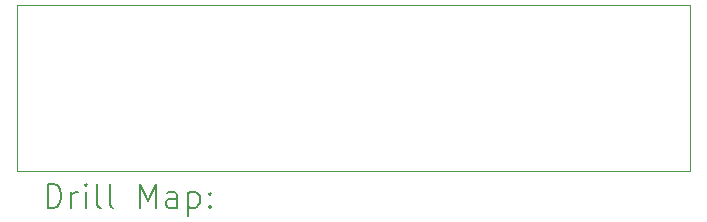
<source format=gbr>
%TF.GenerationSoftware,KiCad,Pcbnew,8.0.8-2.fc41*%
%TF.CreationDate,2025-02-01T06:38:28+00:00*%
%TF.ProjectId,small_led_a,736d616c-6c5f-46c6-9564-5f612e6b6963,rev?*%
%TF.SameCoordinates,Original*%
%TF.FileFunction,Drillmap*%
%TF.FilePolarity,Positive*%
%FSLAX45Y45*%
G04 Gerber Fmt 4.5, Leading zero omitted, Abs format (unit mm)*
G04 Created by KiCad (PCBNEW 8.0.8-2.fc41) date 2025-02-01 06:38:28*
%MOMM*%
%LPD*%
G01*
G04 APERTURE LIST*
%ADD10C,0.050000*%
%ADD11C,0.200000*%
G04 APERTURE END LIST*
D10*
X6000000Y-5100000D02*
X6000000Y-6500000D01*
X11700000Y-5100000D02*
X6000000Y-5100000D01*
X11700000Y-6500000D02*
X11700000Y-5100000D01*
X6000000Y-6500000D02*
X11700000Y-6500000D01*
D11*
X6258277Y-6813984D02*
X6258277Y-6613984D01*
X6258277Y-6613984D02*
X6305896Y-6613984D01*
X6305896Y-6613984D02*
X6334467Y-6623508D01*
X6334467Y-6623508D02*
X6353515Y-6642555D01*
X6353515Y-6642555D02*
X6363039Y-6661603D01*
X6363039Y-6661603D02*
X6372562Y-6699698D01*
X6372562Y-6699698D02*
X6372562Y-6728269D01*
X6372562Y-6728269D02*
X6363039Y-6766365D01*
X6363039Y-6766365D02*
X6353515Y-6785412D01*
X6353515Y-6785412D02*
X6334467Y-6804460D01*
X6334467Y-6804460D02*
X6305896Y-6813984D01*
X6305896Y-6813984D02*
X6258277Y-6813984D01*
X6458277Y-6813984D02*
X6458277Y-6680650D01*
X6458277Y-6718746D02*
X6467801Y-6699698D01*
X6467801Y-6699698D02*
X6477324Y-6690174D01*
X6477324Y-6690174D02*
X6496372Y-6680650D01*
X6496372Y-6680650D02*
X6515420Y-6680650D01*
X6582086Y-6813984D02*
X6582086Y-6680650D01*
X6582086Y-6613984D02*
X6572562Y-6623508D01*
X6572562Y-6623508D02*
X6582086Y-6633031D01*
X6582086Y-6633031D02*
X6591610Y-6623508D01*
X6591610Y-6623508D02*
X6582086Y-6613984D01*
X6582086Y-6613984D02*
X6582086Y-6633031D01*
X6705896Y-6813984D02*
X6686848Y-6804460D01*
X6686848Y-6804460D02*
X6677324Y-6785412D01*
X6677324Y-6785412D02*
X6677324Y-6613984D01*
X6810658Y-6813984D02*
X6791610Y-6804460D01*
X6791610Y-6804460D02*
X6782086Y-6785412D01*
X6782086Y-6785412D02*
X6782086Y-6613984D01*
X7039229Y-6813984D02*
X7039229Y-6613984D01*
X7039229Y-6613984D02*
X7105896Y-6756841D01*
X7105896Y-6756841D02*
X7172562Y-6613984D01*
X7172562Y-6613984D02*
X7172562Y-6813984D01*
X7353515Y-6813984D02*
X7353515Y-6709222D01*
X7353515Y-6709222D02*
X7343991Y-6690174D01*
X7343991Y-6690174D02*
X7324943Y-6680650D01*
X7324943Y-6680650D02*
X7286848Y-6680650D01*
X7286848Y-6680650D02*
X7267801Y-6690174D01*
X7353515Y-6804460D02*
X7334467Y-6813984D01*
X7334467Y-6813984D02*
X7286848Y-6813984D01*
X7286848Y-6813984D02*
X7267801Y-6804460D01*
X7267801Y-6804460D02*
X7258277Y-6785412D01*
X7258277Y-6785412D02*
X7258277Y-6766365D01*
X7258277Y-6766365D02*
X7267801Y-6747317D01*
X7267801Y-6747317D02*
X7286848Y-6737793D01*
X7286848Y-6737793D02*
X7334467Y-6737793D01*
X7334467Y-6737793D02*
X7353515Y-6728269D01*
X7448753Y-6680650D02*
X7448753Y-6880650D01*
X7448753Y-6690174D02*
X7467801Y-6680650D01*
X7467801Y-6680650D02*
X7505896Y-6680650D01*
X7505896Y-6680650D02*
X7524943Y-6690174D01*
X7524943Y-6690174D02*
X7534467Y-6699698D01*
X7534467Y-6699698D02*
X7543991Y-6718746D01*
X7543991Y-6718746D02*
X7543991Y-6775888D01*
X7543991Y-6775888D02*
X7534467Y-6794936D01*
X7534467Y-6794936D02*
X7524943Y-6804460D01*
X7524943Y-6804460D02*
X7505896Y-6813984D01*
X7505896Y-6813984D02*
X7467801Y-6813984D01*
X7467801Y-6813984D02*
X7448753Y-6804460D01*
X7629705Y-6794936D02*
X7639229Y-6804460D01*
X7639229Y-6804460D02*
X7629705Y-6813984D01*
X7629705Y-6813984D02*
X7620182Y-6804460D01*
X7620182Y-6804460D02*
X7629705Y-6794936D01*
X7629705Y-6794936D02*
X7629705Y-6813984D01*
X7629705Y-6690174D02*
X7639229Y-6699698D01*
X7639229Y-6699698D02*
X7629705Y-6709222D01*
X7629705Y-6709222D02*
X7620182Y-6699698D01*
X7620182Y-6699698D02*
X7629705Y-6690174D01*
X7629705Y-6690174D02*
X7629705Y-6709222D01*
M02*

</source>
